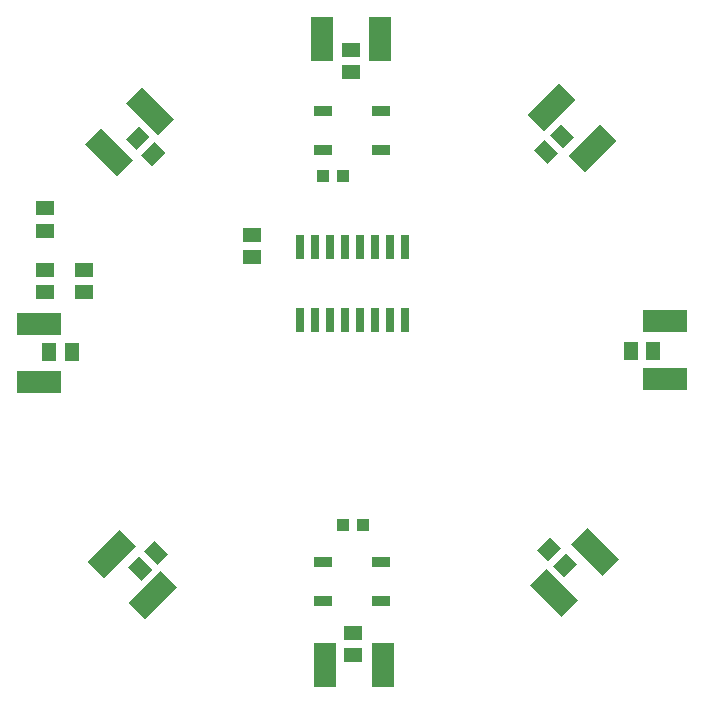
<source format=gbr>
G04 EAGLE Gerber RS-274X export*
G75*
%MOMM*%
%FSLAX34Y34*%
%LPD*%
%INSolderpaste Bottom*%
%IPPOS*%
%AMOC8*
5,1,8,0,0,1.08239X$1,22.5*%
G01*
%ADD10R,0.660400X2.032000*%
%ADD11R,1.500000X0.900000*%
%ADD12R,1.930400X3.810000*%
%ADD13R,3.810000X1.930400*%
%ADD14R,1.600000X1.300000*%
%ADD15R,1.300000X1.600000*%
%ADD16R,1.100000X1.000000*%
%ADD17R,1.500000X1.300000*%


D10*
X77640Y383666D03*
X77640Y322198D03*
X90340Y383666D03*
X103040Y383666D03*
X90340Y322198D03*
X103040Y322198D03*
X115740Y383666D03*
X115740Y322198D03*
X128440Y383666D03*
X128440Y322198D03*
X141140Y383666D03*
X153840Y383666D03*
X141140Y322198D03*
X153840Y322198D03*
X166540Y383666D03*
X166540Y322198D03*
D11*
X97468Y465861D03*
X97468Y498861D03*
X146468Y465861D03*
X146468Y498861D03*
X97535Y84118D03*
X97535Y117118D03*
X146535Y84118D03*
X146535Y117118D03*
D12*
X145193Y560036D03*
X96171Y560036D03*
D13*
G36*
X305089Y460564D02*
X332029Y487504D01*
X345679Y473854D01*
X318739Y446914D01*
X305089Y460564D01*
G37*
G36*
X270425Y495228D02*
X297365Y522168D01*
X311015Y508518D01*
X284075Y481578D01*
X270425Y495228D01*
G37*
X387016Y271840D03*
X387016Y320862D03*
G36*
X286433Y111425D02*
X313373Y84485D01*
X299723Y70835D01*
X272783Y97775D01*
X286433Y111425D01*
G37*
G36*
X321097Y146088D02*
X348037Y119148D01*
X334387Y105498D01*
X307447Y132438D01*
X321097Y146088D01*
G37*
D12*
X98790Y30049D03*
X147812Y30049D03*
D13*
G36*
X-61527Y130430D02*
X-88467Y103490D01*
X-102117Y117140D01*
X-75177Y144080D01*
X-61527Y130430D01*
G37*
G36*
X-26863Y95766D02*
X-53803Y68826D01*
X-67453Y82476D01*
X-40513Y109416D01*
X-26863Y95766D01*
G37*
X-143059Y318193D03*
X-143059Y269171D03*
G36*
X-42501Y478585D02*
X-69441Y505525D01*
X-55791Y519175D01*
X-28851Y492235D01*
X-42501Y478585D01*
G37*
G36*
X-77165Y443921D02*
X-104105Y470861D01*
X-90455Y484511D01*
X-63515Y457571D01*
X-77165Y443921D01*
G37*
D14*
X121158Y550774D03*
X121158Y531774D03*
D15*
G36*
X289265Y478886D02*
X298458Y488079D01*
X309771Y476766D01*
X300578Y467573D01*
X289265Y478886D01*
G37*
G36*
X275830Y465451D02*
X285023Y474644D01*
X296336Y463331D01*
X287143Y454138D01*
X275830Y465451D01*
G37*
X376784Y295656D03*
X357784Y295656D03*
G36*
X303000Y124873D02*
X312193Y115680D01*
X300880Y104367D01*
X291687Y113560D01*
X303000Y124873D01*
G37*
G36*
X289565Y138308D02*
X298758Y129115D01*
X287445Y117802D01*
X278252Y126995D01*
X289565Y138308D01*
G37*
D14*
X122174Y38252D03*
X122174Y57252D03*
D15*
G36*
X-47395Y110438D02*
X-56588Y101245D01*
X-67901Y112558D01*
X-58708Y121751D01*
X-47395Y110438D01*
G37*
G36*
X-33960Y123873D02*
X-43153Y114680D01*
X-54466Y125993D01*
X-45273Y135186D01*
X-33960Y123873D01*
G37*
X-134722Y294640D03*
X-115722Y294640D03*
G36*
X-60858Y465808D02*
X-70051Y475001D01*
X-58738Y486314D01*
X-49545Y477121D01*
X-60858Y465808D01*
G37*
G36*
X-47423Y452373D02*
X-56616Y461566D01*
X-45303Y472879D01*
X-36110Y463686D01*
X-47423Y452373D01*
G37*
D16*
X97291Y444119D03*
X114291Y444119D03*
X113801Y148590D03*
X130801Y148590D03*
D17*
X36957Y394056D03*
X36957Y375056D03*
X-138580Y416440D03*
X-138580Y397440D03*
X-105370Y364370D03*
X-105370Y345370D03*
X-138080Y364370D03*
X-138080Y345370D03*
M02*

</source>
